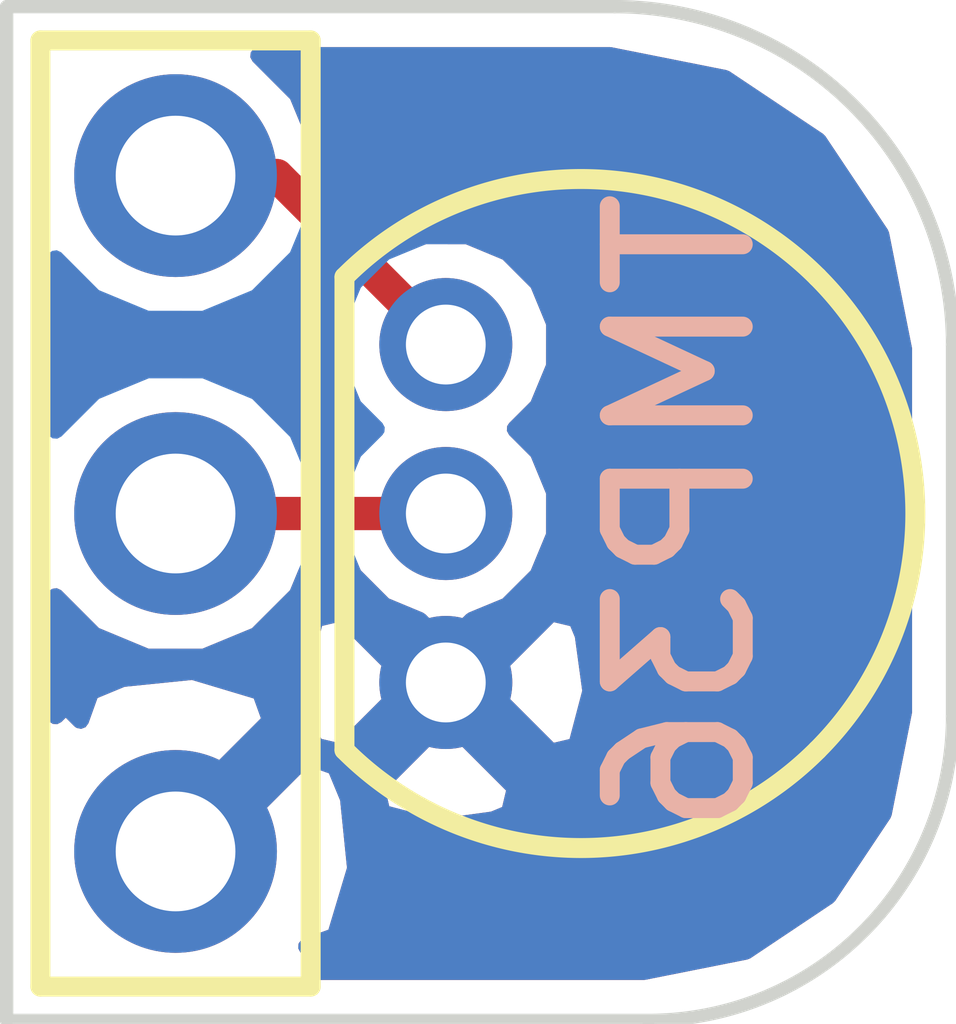
<source format=kicad_pcb>
(kicad_pcb (version 4) (host pcbnew 4.0.7)

  (general
    (links 3)
    (no_connects 0)
    (area 147.777999 100.025999 154.990001 107.746001)
    (thickness 1.6)
    (drawings 6)
    (tracks 3)
    (zones 0)
    (modules 2)
    (nets 4)
  )

  (page A4)
  (layers
    (0 F.Cu signal)
    (31 B.Cu signal)
    (32 B.Adhes user)
    (33 F.Adhes user)
    (34 B.Paste user)
    (35 F.Paste user)
    (36 B.SilkS user)
    (37 F.SilkS user)
    (38 B.Mask user)
    (39 F.Mask user)
    (40 Dwgs.User user)
    (41 Cmts.User user)
    (42 Eco1.User user)
    (43 Eco2.User user)
    (44 Edge.Cuts user)
    (45 Margin user)
    (46 B.CrtYd user)
    (47 F.CrtYd user)
    (48 B.Fab user)
    (49 F.Fab user)
  )

  (setup
    (last_trace_width 0.25)
    (trace_clearance 0.2)
    (zone_clearance 0.254)
    (zone_45_only no)
    (trace_min 0.2)
    (segment_width 0.2)
    (edge_width 0.1)
    (via_size 0.6)
    (via_drill 0.4)
    (via_min_size 0.4)
    (via_min_drill 0.3)
    (uvia_size 0.3)
    (uvia_drill 0.1)
    (uvias_allowed no)
    (uvia_min_size 0.2)
    (uvia_min_drill 0.1)
    (pcb_text_width 0.3)
    (pcb_text_size 1.5 1.5)
    (mod_edge_width 0.15)
    (mod_text_size 1 1)
    (mod_text_width 0.15)
    (pad_size 1 1)
    (pad_drill 0.6)
    (pad_to_mask_clearance 0)
    (aux_axis_origin 0 0)
    (visible_elements FFFFFF7F)
    (pcbplotparams
      (layerselection 0x00030_80000001)
      (usegerberextensions false)
      (excludeedgelayer true)
      (linewidth 0.100000)
      (plotframeref false)
      (viasonmask false)
      (mode 1)
      (useauxorigin false)
      (hpglpennumber 1)
      (hpglpenspeed 20)
      (hpglpendiameter 15)
      (hpglpenoverlay 2)
      (psnegative false)
      (psa4output false)
      (plotreference true)
      (plotvalue true)
      (plotinvisibletext false)
      (padsonsilk false)
      (subtractmaskfromsilk false)
      (outputformat 1)
      (mirror false)
      (drillshape 1)
      (scaleselection 1)
      (outputdirectory ""))
  )

  (net 0 "")
  (net 1 /GND)
  (net 2 /Vout)
  (net 3 /+3V3)

  (net_class Default "This is the default net class."
    (clearance 0.2)
    (trace_width 0.25)
    (via_dia 0.6)
    (via_drill 0.4)
    (uvia_dia 0.3)
    (uvia_drill 0.1)
    (add_net /+3V3)
    (add_net /GND)
    (add_net /Vout)
  )

  (module MRDT-Headers:3x1_Header (layer F.Cu) (tedit 5AA41046) (tstamp 5AA420F0)
    (at 149.606 102.87 180)
    (path /5AA41E6E)
    (fp_text reference J1 (at 1.524 3.556 180) (layer F.SilkS) hide
      (effects (font (size 1 1) (thickness 0.15)))
    )
    (fp_text value Conn_01x03 (at 0 -5.588 180) (layer F.Fab) hide
      (effects (font (size 1 1) (thickness 0.15)))
    )
    (fp_line (start -0.508 -4.572) (end 1.524 -4.572) (layer F.SilkS) (width 0.15))
    (fp_line (start 1.524 -4.572) (end 1.524 2.54) (layer F.SilkS) (width 0.15))
    (fp_line (start 1.524 2.54) (end -0.508 2.54) (layer F.SilkS) (width 0.15))
    (fp_line (start -0.508 2.54) (end -0.508 -4.572) (layer F.SilkS) (width 0.15))
    (pad 1 thru_hole circle (at 0.508 -3.556 180) (size 1.524 1.524) (drill 0.9) (layers *.Cu *.Mask)
      (net 1 /GND))
    (pad 2 thru_hole circle (at 0.508 -1.016 180) (size 1.524 1.524) (drill 0.9) (layers *.Cu *.Mask)
      (net 2 /Vout))
    (pad 3 thru_hole circle (at 0.508 1.524 180) (size 1.524 1.524) (drill 0.9) (layers *.Cu *.Mask)
      (net 3 /+3V3))
  )

  (module MRDT-Devices:TMP36 (layer F.Cu) (tedit 5AA42263) (tstamp 5AA42243)
    (at 149.606 102.108 270)
    (path /5AA41DD1)
    (fp_text reference U1 (at 0 0.5 270) (layer F.SilkS) hide
      (effects (font (size 1 1) (thickness 0.15)))
    )
    (fp_text value TMP36 (at 1.778 -3.302 270) (layer B.SilkS)
      (effects (font (size 1 1) (thickness 0.15)) (justify mirror))
    )
    (fp_arc (start 1.778 -2.54) (end 0 -4.318) (angle 90) (layer F.SilkS) (width 0.15))
    (fp_arc (start 1.778 -2.54) (end 0 -0.762) (angle 90) (layer F.SilkS) (width 0.15))
    (fp_arc (start 1.778 -2.54) (end 3.556 -4.318) (angle 90) (layer F.SilkS) (width 0.15))
    (fp_line (start 0 -0.762) (end 3.556 -0.762) (layer F.SilkS) (width 0.15))
    (pad 1 thru_hole circle (at 0.508 -1.524 270) (size 1 1) (drill 0.6) (layers *.Cu *.Mask)
      (net 3 /+3V3))
    (pad 2 thru_hole circle (at 1.778 -1.524 270) (size 1 1) (drill 0.6) (layers *.Cu *.Mask)
      (net 2 /Vout))
    (pad 3 thru_hole circle (at 3.048 -1.524 270) (size 1 1) (drill 0.6) (layers *.Cu *.Mask)
      (net 1 /GND))
  )

  (gr_line (start 154.94 102.616) (end 154.94 105.41) (angle 90) (layer Edge.Cuts) (width 0.1))
  (gr_arc (start 152.4 102.616) (end 152.4 100.076) (angle 90) (layer Edge.Cuts) (width 0.1))
  (gr_line (start 147.828 100.076) (end 147.828 107.696) (angle 90) (layer Edge.Cuts) (width 0.1))
  (gr_arc (start 152.654 105.41) (end 154.94 105.41) (angle 90) (layer Edge.Cuts) (width 0.1))
  (gr_line (start 152.4 100.076) (end 147.828 100.076) (angle 90) (layer Edge.Cuts) (width 0.1))
  (gr_line (start 152.654 107.696) (end 147.828 107.696) (angle 90) (layer Edge.Cuts) (width 0.1))

  (segment (start 149.098 103.886) (end 151.13 103.886) (width 0.25) (layer F.Cu) (net 2))
  (segment (start 149.098 101.346) (end 149.86 101.346) (width 0.25) (layer F.Cu) (net 3))
  (segment (start 149.86 101.346) (end 151.13 102.616) (width 0.25) (layer F.Cu) (net 3) (tstamp 5AA42275))

  (zone (net 1) (net_name /GND) (layer F.Cu) (tstamp 5AA42198) (hatch edge 0.508)
    (connect_pads (clearance 0.254))
    (min_thickness 0.127)
    (fill yes (arc_segments 16) (thermal_gap 0.508) (thermal_bridge_width 0.508))
    (polygon
      (pts
        (xy 154.94 107.696) (xy 147.828 107.696) (xy 147.828 100.076) (xy 154.94 100.076)
      )
    )
    (filled_polygon
      (pts
        (xy 153.228626 100.615524) (xy 153.931098 101.084902) (xy 154.400476 101.787374) (xy 154.5725 102.652198) (xy 154.5725 105.373802)
        (xy 154.419811 106.141424) (xy 154.005493 106.761493) (xy 153.385423 107.175811) (xy 152.617802 107.3285) (xy 150.116541 107.3285)
        (xy 150.193226 107.251815) (xy 150.082468 107.141057) (xy 150.299082 107.063166) (xy 150.451489 106.55503) (xy 150.397838 106.02725)
        (xy 150.365233 105.948534) (xy 150.606873 105.948534) (xy 150.651805 106.138277) (xy 151.064107 106.246504) (xy 151.486441 106.18871)
        (xy 151.608195 106.138277) (xy 151.653127 105.948534) (xy 151.13 105.425408) (xy 150.606873 105.948534) (xy 150.365233 105.948534)
        (xy 150.299082 105.788834) (xy 150.082466 105.710942) (xy 149.367408 106.426) (xy 149.38155 106.440142) (xy 149.112142 106.70955)
        (xy 149.098 106.695408) (xy 149.083858 106.70955) (xy 148.81445 106.440142) (xy 148.828592 106.426) (xy 148.81445 106.411858)
        (xy 149.083858 106.14245) (xy 149.098 106.156592) (xy 149.813058 105.441534) (xy 149.735166 105.224918) (xy 149.285697 105.090107)
        (xy 150.039496 105.090107) (xy 150.09729 105.512441) (xy 150.147723 105.634195) (xy 150.337466 105.679127) (xy 150.860592 105.156)
        (xy 151.399408 105.156) (xy 151.922534 105.679127) (xy 152.112277 105.634195) (xy 152.220504 105.221893) (xy 152.16271 104.799559)
        (xy 152.112277 104.677805) (xy 151.922534 104.632873) (xy 151.399408 105.156) (xy 150.860592 105.156) (xy 150.337466 104.632873)
        (xy 150.147723 104.677805) (xy 150.039496 105.090107) (xy 149.285697 105.090107) (xy 149.22703 105.072511) (xy 148.69925 105.126162)
        (xy 148.460834 105.224918) (xy 148.382943 105.441532) (xy 148.272185 105.330774) (xy 148.1955 105.407459) (xy 148.1955 104.509901)
        (xy 148.485714 104.800622) (xy 148.882332 104.965313) (xy 149.311784 104.965687) (xy 149.708689 104.801689) (xy 150.012622 104.498286)
        (xy 150.083124 104.3285) (xy 150.428301 104.3285) (xy 150.436553 104.348472) (xy 150.666319 104.578639) (xy 150.932627 104.68922)
        (xy 151.13 104.886592) (xy 151.327775 104.688818) (xy 151.592472 104.579447) (xy 151.822639 104.349681) (xy 151.947358 104.049324)
        (xy 151.947642 103.724103) (xy 151.823447 103.423528) (xy 151.65112 103.250901) (xy 151.822639 103.079681) (xy 151.947358 102.779324)
        (xy 151.947642 102.454103) (xy 151.823447 102.153528) (xy 151.593681 101.923361) (xy 151.293324 101.798642) (xy 150.968103 101.798358)
        (xy 150.946906 101.807116) (xy 150.172895 101.033105) (xy 150.122944 100.999729) (xy 150.013689 100.735311) (xy 149.722387 100.4435)
        (xy 152.363802 100.4435)
      )
    )
  )
  (zone (net 1) (net_name /GND) (layer B.Cu) (tstamp 5AA421A2) (hatch edge 0.508)
    (connect_pads (clearance 0.254))
    (min_thickness 0.127)
    (fill yes (arc_segments 16) (thermal_gap 0.508) (thermal_bridge_width 0.508))
    (polygon
      (pts
        (xy 154.94 107.696) (xy 147.828 107.696) (xy 147.828 100.076) (xy 154.94 100.076)
      )
    )
    (filled_polygon
      (pts
        (xy 153.228626 100.615524) (xy 153.931098 101.084902) (xy 154.400476 101.787374) (xy 154.5725 102.652198) (xy 154.5725 105.373802)
        (xy 154.419811 106.141424) (xy 154.005493 106.761493) (xy 153.385423 107.175811) (xy 152.617802 107.3285) (xy 150.116541 107.3285)
        (xy 150.193226 107.251815) (xy 150.082468 107.141057) (xy 150.299082 107.063166) (xy 150.451489 106.55503) (xy 150.397838 106.02725)
        (xy 150.365233 105.948534) (xy 150.606873 105.948534) (xy 150.651805 106.138277) (xy 151.064107 106.246504) (xy 151.486441 106.18871)
        (xy 151.608195 106.138277) (xy 151.653127 105.948534) (xy 151.13 105.425408) (xy 150.606873 105.948534) (xy 150.365233 105.948534)
        (xy 150.299082 105.788834) (xy 150.082466 105.710942) (xy 149.367408 106.426) (xy 149.38155 106.440142) (xy 149.112142 106.70955)
        (xy 149.098 106.695408) (xy 149.083858 106.70955) (xy 148.81445 106.440142) (xy 148.828592 106.426) (xy 148.81445 106.411858)
        (xy 149.083858 106.14245) (xy 149.098 106.156592) (xy 149.813058 105.441534) (xy 149.735166 105.224918) (xy 149.285697 105.090107)
        (xy 150.039496 105.090107) (xy 150.09729 105.512441) (xy 150.147723 105.634195) (xy 150.337466 105.679127) (xy 150.860592 105.156)
        (xy 151.399408 105.156) (xy 151.922534 105.679127) (xy 152.112277 105.634195) (xy 152.220504 105.221893) (xy 152.16271 104.799559)
        (xy 152.112277 104.677805) (xy 151.922534 104.632873) (xy 151.399408 105.156) (xy 150.860592 105.156) (xy 150.337466 104.632873)
        (xy 150.147723 104.677805) (xy 150.039496 105.090107) (xy 149.285697 105.090107) (xy 149.22703 105.072511) (xy 148.69925 105.126162)
        (xy 148.460834 105.224918) (xy 148.382943 105.441532) (xy 148.272185 105.330774) (xy 148.1955 105.407459) (xy 148.1955 104.509901)
        (xy 148.485714 104.800622) (xy 148.882332 104.965313) (xy 149.311784 104.965687) (xy 149.708689 104.801689) (xy 150.012622 104.498286)
        (xy 150.177313 104.101668) (xy 150.177687 103.672216) (xy 150.013689 103.275311) (xy 149.710286 102.971378) (xy 149.313668 102.806687)
        (xy 148.884216 102.806313) (xy 148.487311 102.970311) (xy 148.1955 103.261613) (xy 148.1955 102.777897) (xy 150.312358 102.777897)
        (xy 150.436553 103.078472) (xy 150.60888 103.251099) (xy 150.437361 103.422319) (xy 150.312642 103.722676) (xy 150.312358 104.047897)
        (xy 150.436553 104.348472) (xy 150.666319 104.578639) (xy 150.932627 104.68922) (xy 151.13 104.886592) (xy 151.327775 104.688818)
        (xy 151.592472 104.579447) (xy 151.822639 104.349681) (xy 151.947358 104.049324) (xy 151.947642 103.724103) (xy 151.823447 103.423528)
        (xy 151.65112 103.250901) (xy 151.822639 103.079681) (xy 151.947358 102.779324) (xy 151.947642 102.454103) (xy 151.823447 102.153528)
        (xy 151.593681 101.923361) (xy 151.293324 101.798642) (xy 150.968103 101.798358) (xy 150.667528 101.922553) (xy 150.437361 102.152319)
        (xy 150.312642 102.452676) (xy 150.312358 102.777897) (xy 148.1955 102.777897) (xy 148.1955 101.969901) (xy 148.485714 102.260622)
        (xy 148.882332 102.425313) (xy 149.311784 102.425687) (xy 149.708689 102.261689) (xy 150.012622 101.958286) (xy 150.177313 101.561668)
        (xy 150.177687 101.132216) (xy 150.013689 100.735311) (xy 149.722387 100.4435) (xy 152.363802 100.4435)
      )
    )
  )
)

</source>
